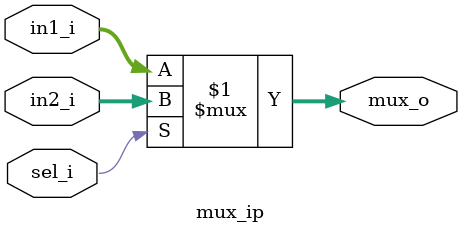
<source format=v>

module mux_ip #(
  parameter Width = 32
) (
  input  [Width-1:0] in1_i,
  input  [Width-1:0] in2_i,
  input              sel_i,
  output [Width-1:0] mux_o
);

  assign mux_o = sel_i ? in2_i : in1_i;

endmodule
</source>
